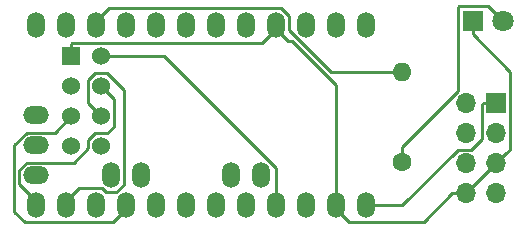
<source format=gbr>
G04 #@! TF.GenerationSoftware,KiCad,Pcbnew,5.1.2*
G04 #@! TF.CreationDate,2019-11-12T19:34:36-05:00*
G04 #@! TF.ProjectId,VS_robot_receiver,56535f72-6f62-46f7-945f-726563656976,rev?*
G04 #@! TF.SameCoordinates,Original*
G04 #@! TF.FileFunction,Copper,L1,Top*
G04 #@! TF.FilePolarity,Positive*
%FSLAX46Y46*%
G04 Gerber Fmt 4.6, Leading zero omitted, Abs format (unit mm)*
G04 Created by KiCad (PCBNEW 5.1.2) date 2019-11-12 19:34:36*
%MOMM*%
%LPD*%
G04 APERTURE LIST*
%ADD10R,1.524000X1.524000*%
%ADD11C,1.524000*%
%ADD12R,1.800000X1.800000*%
%ADD13C,1.800000*%
%ADD14R,1.700000X1.700000*%
%ADD15O,1.700000X1.700000*%
%ADD16O,1.501140X2.199640*%
%ADD17O,2.199640X1.501140*%
%ADD18C,1.600000*%
%ADD19O,1.600000X1.600000*%
%ADD20C,0.250000*%
G04 APERTURE END LIST*
D10*
X136000000Y-99000000D03*
D11*
X138540000Y-99000000D03*
X136000000Y-101540000D03*
X138540000Y-101540000D03*
X136000000Y-104080000D03*
X138540000Y-104080000D03*
X136000000Y-106620000D03*
X138540000Y-106620000D03*
D12*
X170000000Y-96000000D03*
D13*
X172540000Y-96000000D03*
D14*
X172000000Y-103000000D03*
D15*
X169460000Y-103000000D03*
X172000000Y-105540000D03*
X169460000Y-105540000D03*
X172000000Y-108080000D03*
X169460000Y-108080000D03*
X172000000Y-110620000D03*
X169460000Y-110620000D03*
D16*
X141920000Y-109080000D03*
X139380000Y-109080000D03*
X160970000Y-96380000D03*
X158430000Y-96380000D03*
X155890000Y-96380000D03*
X153350000Y-96380000D03*
X150810000Y-96380000D03*
X148270000Y-96380000D03*
X145730000Y-96380000D03*
X143190000Y-96380000D03*
X140650000Y-96380000D03*
X138110000Y-96380000D03*
X135570000Y-96380000D03*
X133030000Y-96380000D03*
X133030000Y-111620000D03*
X135570000Y-111620000D03*
X138110000Y-111620000D03*
X140650000Y-111620000D03*
X143190000Y-111620000D03*
X145730000Y-111620000D03*
X148270000Y-111620000D03*
X150810000Y-111620000D03*
X153350000Y-111620000D03*
X155890000Y-111620000D03*
X158430000Y-111620000D03*
X160970000Y-111620000D03*
X149540000Y-109080000D03*
X152080000Y-109080000D03*
D17*
X133030000Y-109080000D03*
X133030000Y-106540000D03*
X133030000Y-104000000D03*
D18*
X164000000Y-108000000D03*
D19*
X164000000Y-100380000D03*
D20*
X172849999Y-107230001D02*
X172000000Y-108080000D01*
X173175001Y-106904999D02*
X172849999Y-107230001D01*
X170000000Y-97150000D02*
X173175001Y-100325001D01*
X173175001Y-100325001D02*
X173175001Y-106904999D01*
X170000000Y-96000000D02*
X170000000Y-97150000D01*
X172000000Y-108080000D02*
X169460000Y-110620000D01*
X158430000Y-111969250D02*
X158430000Y-111620000D01*
X159505580Y-113044830D02*
X158430000Y-111969250D01*
X165833089Y-113044830D02*
X159505580Y-113044830D01*
X168257919Y-110620000D02*
X165833089Y-113044830D01*
X169460000Y-110620000D02*
X168257919Y-110620000D01*
X154350570Y-97729820D02*
X153350000Y-96729250D01*
X154699820Y-97729820D02*
X154350570Y-97729820D01*
X158430000Y-101460000D02*
X154699820Y-97729820D01*
X158430000Y-111620000D02*
X158430000Y-101460000D01*
X153350000Y-96729250D02*
X153350000Y-96380000D01*
X136075001Y-97912999D02*
X152166251Y-97912999D01*
X152166251Y-97912999D02*
X153350000Y-96729250D01*
X136000000Y-97988000D02*
X136075001Y-97912999D01*
X136000000Y-99000000D02*
X136000000Y-97988000D01*
X171640001Y-95100001D02*
X172540000Y-96000000D01*
X171314999Y-94774999D02*
X171640001Y-95100001D01*
X168839999Y-94774999D02*
X171314999Y-94774999D01*
X168774999Y-94839999D02*
X168839999Y-94774999D01*
X168774999Y-101945999D02*
X168774999Y-94839999D01*
X164000000Y-106720998D02*
X168774999Y-101945999D01*
X164000000Y-108000000D02*
X164000000Y-106720998D01*
X153350000Y-110270180D02*
X153350000Y-111620000D01*
X153350000Y-108479651D02*
X153350000Y-110270180D01*
X143870349Y-99000000D02*
X153350000Y-108479651D01*
X138540000Y-99000000D02*
X143870349Y-99000000D01*
X162868630Y-100380000D02*
X164000000Y-100380000D01*
X158019651Y-100380000D02*
X162868630Y-100380000D01*
X154425580Y-96785929D02*
X158019651Y-100380000D01*
X154425580Y-95585231D02*
X154425580Y-96785929D01*
X153795519Y-94955170D02*
X154425580Y-95585231D01*
X139185580Y-94955170D02*
X153795519Y-94955170D01*
X138110000Y-96030750D02*
X139185580Y-94955170D01*
X138110000Y-96380000D02*
X138110000Y-96030750D01*
X131605170Y-109845920D02*
X133030000Y-111270750D01*
X131605170Y-108634481D02*
X131605170Y-109845920D01*
X132235231Y-108004420D02*
X131605170Y-108634481D01*
X133030000Y-111270750D02*
X133030000Y-111620000D01*
X136224342Y-108004420D02*
X132235231Y-108004420D01*
X137452999Y-106775763D02*
X136224342Y-108004420D01*
X137452999Y-106098239D02*
X137452999Y-106775763D01*
X138018239Y-105532999D02*
X137452999Y-106098239D01*
X139061761Y-105532999D02*
X138018239Y-105532999D01*
X139627001Y-104967759D02*
X139061761Y-105532999D01*
X139627001Y-102627001D02*
X139627001Y-104967759D01*
X138540000Y-101540000D02*
X139627001Y-102627001D01*
X135570000Y-111270750D02*
X135570000Y-111620000D01*
X136645580Y-110195170D02*
X135570000Y-111270750D01*
X138624821Y-110195170D02*
X136645580Y-110195170D01*
X139825519Y-110504830D02*
X138934481Y-110504830D01*
X140455580Y-109874769D02*
X139825519Y-110504830D01*
X140455580Y-101846818D02*
X140455580Y-109874769D01*
X138934481Y-110504830D02*
X138624821Y-110195170D01*
X139061761Y-100452999D02*
X140455580Y-101846818D01*
X138018239Y-100452999D02*
X139061761Y-100452999D01*
X137452999Y-101018239D02*
X138018239Y-100452999D01*
X137452999Y-102992999D02*
X137452999Y-101018239D01*
X138540000Y-104080000D02*
X137452999Y-102992999D01*
X139574420Y-113044830D02*
X140650000Y-111969250D01*
X132044830Y-113044830D02*
X139574420Y-113044830D01*
X131155161Y-112155161D02*
X132044830Y-113044830D01*
X131155161Y-106544490D02*
X131155161Y-112155161D01*
X132235231Y-105464420D02*
X131155161Y-106544490D01*
X140650000Y-111969250D02*
X140650000Y-111620000D01*
X134615580Y-105464420D02*
X132235231Y-105464420D01*
X136000000Y-104080000D02*
X134615580Y-105464420D01*
X170900000Y-103000000D02*
X172000000Y-103000000D01*
X170739002Y-103160998D02*
X170900000Y-103000000D01*
X170739002Y-106000000D02*
X170739002Y-103160998D01*
X169834003Y-106904999D02*
X170739002Y-106000000D01*
X168760003Y-106904999D02*
X169834003Y-106904999D01*
X164045002Y-111620000D02*
X168760003Y-106904999D01*
X160970000Y-111620000D02*
X164045002Y-111620000D01*
M02*

</source>
